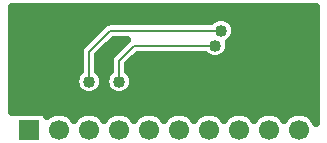
<source format=gbl>
G04 DipTrace 3.1.0.0*
G04 ADS115SBreakout.gbl*
%MOIN*%
G04 #@! TF.FileFunction,Copper,L2,Bot*
G04 #@! TF.Part,Single*
G04 #@! TA.AperFunction,Conductor*
%ADD13C,0.008*%
G04 #@! TA.AperFunction,CopperBalancing*
%ADD16C,0.025*%
G04 #@! TA.AperFunction,ComponentPad*
%ADD20R,0.066929X0.066929*%
%ADD21C,0.066929*%
G04 #@! TA.AperFunction,ViaPad*
%ADD24C,0.04*%
%ADD26C,0.02*%
%FSLAX26Y26*%
G04*
G70*
G90*
G75*
G01*
G04 Bottom*
%LPD*%
X587623Y715269D2*
D13*
X635801Y763446D1*
X1225190Y777776D2*
Y759024D1*
X1195248D1*
X1218940Y615259D2*
X1225248D1*
X1135206Y774000D2*
X765248D1*
X695248Y704000D1*
Y604000D1*
X1115248Y724000D2*
X845248D1*
X795248Y674000D1*
Y604000D1*
D24*
X587623Y715269D3*
X1225190Y777776D3*
D26*
X1218940Y615259D3*
D24*
X1135206Y774000D3*
X695248Y604000D3*
X1115248Y724000D3*
X795248Y604000D3*
X440001Y827916D2*
D16*
X1447843D1*
X439953Y803047D2*
X753507D1*
X1174034D2*
X1447891D1*
X439903Y778178D2*
X723819D1*
X1183995D2*
X1447990D1*
X439806Y753310D2*
X698966D1*
X1179357D2*
X1448038D1*
X439757Y728441D2*
X674063D1*
X765294D2*
X804093D1*
X1164025D2*
X1448135D1*
X439709Y703572D2*
X662247D1*
X740441D2*
X779190D1*
X1159533D2*
X1448185D1*
X439659Y678703D2*
X662247D1*
X728234D2*
X762638D1*
X845567D2*
X1102238D1*
X1128282D2*
X1448282D1*
X439562Y653835D2*
X662247D1*
X728234D2*
X762247D1*
X828234D2*
X1448331D1*
X439513Y628966D2*
X653507D1*
X736974D2*
X753507D1*
X836974D2*
X1448379D1*
X439463Y604097D2*
X646231D1*
X844249D2*
X1448478D1*
X439366Y579228D2*
X653409D1*
X737121D2*
X753409D1*
X837121D2*
X1448526D1*
X439318Y554360D2*
X1448625D1*
X439269Y529491D2*
X1448673D1*
X439219Y504622D2*
X1448770D1*
X436699Y503965D2*
X555213D1*
Y488681D1*
X563916Y495129D1*
X572301Y499400D1*
X581249Y502307D1*
X590543Y503780D1*
X599953D1*
X609247Y502307D1*
X618196Y499400D1*
X626580Y495129D1*
X634192Y489597D1*
X640845Y482944D1*
X645222Y477059D1*
X649651Y482944D1*
X656304Y489597D1*
X663916Y495129D1*
X672301Y499400D1*
X681249Y502307D1*
X690543Y503780D1*
X699953D1*
X709247Y502307D1*
X718196Y499400D1*
X726580Y495129D1*
X734192Y489597D1*
X740845Y482944D1*
X745222Y477059D1*
X749651Y482944D1*
X756304Y489597D1*
X763916Y495129D1*
X772301Y499400D1*
X781249Y502307D1*
X790543Y503780D1*
X799953D1*
X809247Y502307D1*
X818196Y499400D1*
X826580Y495129D1*
X834192Y489597D1*
X840845Y482944D1*
X845222Y477059D1*
X849651Y482944D1*
X856304Y489597D1*
X863916Y495129D1*
X872301Y499400D1*
X881249Y502307D1*
X890543Y503780D1*
X899953D1*
X909247Y502307D1*
X918196Y499400D1*
X926580Y495129D1*
X934192Y489597D1*
X940845Y482944D1*
X945222Y477059D1*
X949651Y482944D1*
X956304Y489597D1*
X963916Y495129D1*
X972301Y499400D1*
X981249Y502307D1*
X990543Y503780D1*
X999953D1*
X1009247Y502307D1*
X1018196Y499400D1*
X1026580Y495129D1*
X1034192Y489597D1*
X1040845Y482944D1*
X1045222Y477059D1*
X1049651Y482944D1*
X1056304Y489597D1*
X1063916Y495129D1*
X1072301Y499400D1*
X1081249Y502307D1*
X1090543Y503780D1*
X1099953D1*
X1109247Y502307D1*
X1118196Y499400D1*
X1126580Y495129D1*
X1134192Y489597D1*
X1140845Y482944D1*
X1145222Y477059D1*
X1149651Y482944D1*
X1156304Y489597D1*
X1163916Y495129D1*
X1172301Y499400D1*
X1181249Y502307D1*
X1190543Y503780D1*
X1199953D1*
X1209247Y502307D1*
X1218196Y499400D1*
X1226580Y495129D1*
X1234192Y489597D1*
X1240845Y482944D1*
X1245222Y477059D1*
X1249651Y482944D1*
X1256304Y489597D1*
X1263916Y495129D1*
X1272301Y499400D1*
X1281249Y502307D1*
X1290543Y503780D1*
X1299953D1*
X1309247Y502307D1*
X1318196Y499400D1*
X1326580Y495129D1*
X1334192Y489597D1*
X1340845Y482944D1*
X1345222Y477059D1*
X1349651Y482944D1*
X1356304Y489597D1*
X1363916Y495129D1*
X1372301Y499400D1*
X1381249Y502307D1*
X1390543Y503780D1*
X1399953D1*
X1409247Y502307D1*
X1418196Y499400D1*
X1426580Y495129D1*
X1434192Y489597D1*
X1440845Y482944D1*
X1446377Y475332D1*
X1450648Y466948D1*
X1451392Y464929D1*
X1450215Y852785D1*
X437575Y852753D1*
X436701Y503975D1*
X821681Y743500D2*
X777833D1*
X725738Y691356D1*
X725748Y639108D1*
X730606Y634199D1*
X734896Y628297D1*
X738209Y621795D1*
X740463Y614856D1*
X741605Y607648D1*
Y600352D1*
X740463Y593144D1*
X738209Y586205D1*
X734896Y579703D1*
X730606Y573801D1*
X725448Y568642D1*
X719545Y564352D1*
X713043Y561039D1*
X706104Y558785D1*
X698896Y557643D1*
X691600D1*
X684392Y558785D1*
X677453Y561039D1*
X670951Y564352D1*
X665049Y568642D1*
X659890Y573801D1*
X655600Y579703D1*
X652287Y586205D1*
X650033Y593144D1*
X648891Y600352D1*
Y607648D1*
X650033Y614856D1*
X652287Y621795D1*
X655600Y628297D1*
X659890Y634199D1*
X664766Y639097D1*
X664843Y706392D1*
X666240Y713425D1*
X669243Y719936D1*
X673681Y725567D1*
X673921Y725789D1*
X745440Y797193D1*
X751402Y801176D1*
X758127Y803657D1*
X765248Y804500D1*
X765575Y804487D1*
X1100063Y804500D1*
X1105007Y809358D1*
X1110909Y813648D1*
X1117411Y816961D1*
X1124350Y819215D1*
X1131558Y820357D1*
X1138854D1*
X1146062Y819215D1*
X1153001Y816961D1*
X1159503Y813648D1*
X1165406Y809358D1*
X1170564Y804199D1*
X1174854Y798297D1*
X1178167Y791795D1*
X1180421Y784856D1*
X1181563Y777648D1*
Y770352D1*
X1180421Y763144D1*
X1178167Y756205D1*
X1174854Y749703D1*
X1170564Y743801D1*
X1165406Y738642D1*
X1160463Y734856D1*
X1161605Y727648D1*
Y720352D1*
X1160463Y713144D1*
X1158209Y706205D1*
X1154896Y699703D1*
X1150606Y693801D1*
X1145448Y688642D1*
X1139545Y684352D1*
X1133043Y681039D1*
X1126104Y678785D1*
X1118896Y677643D1*
X1111600D1*
X1104392Y678785D1*
X1097453Y681039D1*
X1090951Y684352D1*
X1085049Y688642D1*
X1080151Y693518D1*
X857875Y693500D1*
X825762Y661381D1*
X825748Y639088D1*
X830606Y634199D1*
X834896Y628297D1*
X838209Y621795D1*
X840463Y614856D1*
X841605Y607648D1*
Y600352D1*
X840463Y593144D1*
X838209Y586205D1*
X834896Y579703D1*
X830606Y573801D1*
X825448Y568642D1*
X819545Y564352D1*
X813043Y561039D1*
X806104Y558785D1*
X798896Y557643D1*
X791600D1*
X784392Y558785D1*
X777453Y561039D1*
X770951Y564352D1*
X765049Y568642D1*
X759890Y573801D1*
X755600Y579703D1*
X752287Y586205D1*
X750033Y593144D1*
X748891Y600352D1*
Y607648D1*
X750033Y614856D1*
X752287Y621795D1*
X755600Y628297D1*
X759890Y634199D1*
X764766Y639097D1*
X764843Y676392D1*
X766240Y683425D1*
X769243Y689936D1*
X773681Y695567D1*
X773921Y695789D1*
X821617Y743503D1*
D20*
X495248Y444000D3*
D21*
X595248D3*
X695248D3*
X795248D3*
X895248D3*
X995248D3*
X1095248D3*
X1195248D3*
X1295248D3*
X1395248D3*
M02*

</source>
